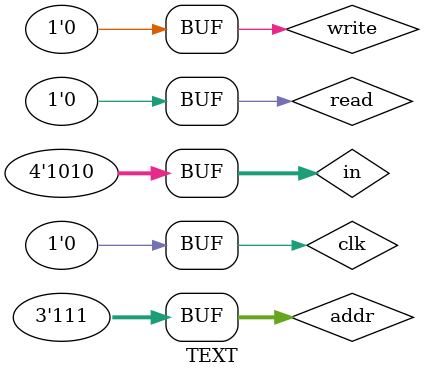
<source format=v>
`timescale 1ns / 1ps


module TEXT;

	// Inputs
	reg [2:0] addr;
	reg read;
	reg write;
	reg clk;
	reg [3:0] in;

	// Outputs
	wire [3:0] out;

	// Instantiate the Unit Under Test (UUT)
	jicunqi uut (
		.addr(addr), 
		.read(read), 
		.write(write), 
		.clk(clk), 
		.out(out), 
		.in(in)
	);

	initial begin
		// Initialize Inputs
		addr = 0;
		read = 0;
		write = 0;
		clk = 0;
		in = 0;

		// Wait 100 ns for global reset to finish
		#50;
        
		// Add stimulus here
		#50;
		read=0;write=1;clk=1;in=6;addr=0;
			#50;
		read=0;write=0;clk=0;
         #50;
		read=0;write=1;clk=1;in=9;addr=1;
			#50;
		read=0;write=0;clk=0; 
		   #50;
		read=0;write=1;clk=1;in=15;addr=4;
			#50;
		read=0;write=0;clk=0;
		   #50;
		read=0;write=1;clk=1;in=13;addr=6;
			#50;
		read=0;write=0;clk=0;
		   #50;
		read=0;write=1;clk=1;in=10;addr=7;
			#50;
		read=0;write=0;clk=0;
		   #50;
		read=1;write=0;clk=1;addr=0;
			#50;
		read=0;write=0;clk=0;
		   #50
		read=1;write=0;clk=1;addr=1;
			#50;
		read=0;write=0;clk=0;
		   #50
		read=1;write=0;clk=1;addr=4;
			#50;
		read=0;write=0;clk=0;
		   #50;
		read=1;write=0;clk=1;addr=6;
			#50;
		read=0;write=0;clk=0;
		   #50
		read=1;write=0;clk=1;addr=7;
			#50;
		read=0;write=0;clk=0;
	end
      
endmodule


</source>
